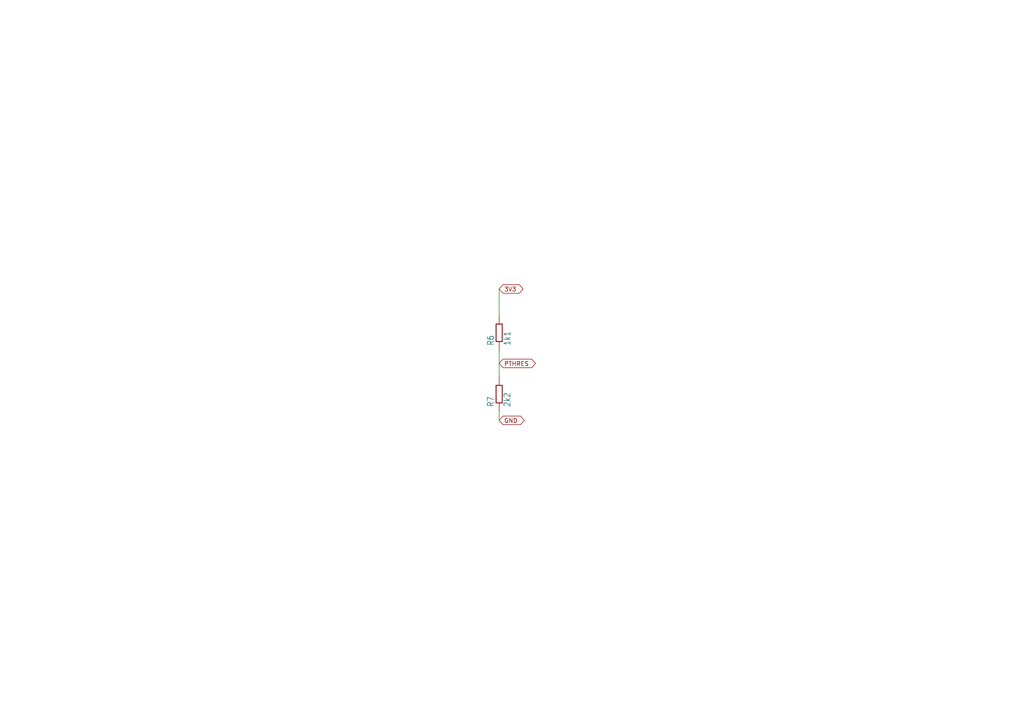
<source format=kicad_sch>
(kicad_sch (version 20231120) (generator "eeschema") (generator_version "8.0")
  (paper "A4")
  (lib_symbols
    (symbol "pokeymax4-eagle-import:R-EU_R0402"
      (property "Reference" "R" (at -3.81 1.4986 0))
      (symbol "R-EU_R0402_1_0"
        (polyline (pts (xy -2.54 -0.889) (xy -2.54 0.889)) (stroke (width 0.254)))
        (polyline (pts (xy -2.54 -0.889) (xy 2.54 -0.889)) (stroke (width 0.254)))
        (polyline (pts (xy 2.54 -0.889) (xy 2.54 0.889)) (stroke (width 0.254)))
        (polyline (pts (xy 2.54 0.889) (xy -2.54 0.889)) (stroke (width 0.254)))
        (pin passive line (at -5.08 0 0) (length 2.54) (name "1") (number "1"))
        (pin passive line (at 5.08 0 180) (length 2.54) (name "2") (number "2"))
      )
    )
  )
  (wire (pts (xy 144.78 83.82) (xy 144.78 91.44)) (stroke (width 0.1524)))
  (wire (pts (xy 144.78 119.38) (xy 144.78 121.92)) (stroke (width 0.1524)))
  (wire (pts (xy 144.78 109.22) (xy 144.78 101.6)) (stroke (width 0.1524)))
  (global_label "PTHRES" (shape bidirectional) (at 144.78 105.41 0) (effects (font (size 1.2446 1.2446))) (property "Intersheetrefs" "${INTERSHEET_REFS}" (effects (hide yes))))
  (global_label "GND" (shape bidirectional) (at 144.78 121.92 0) (effects (font (size 1.2446 1.2446))) (property "Intersheetrefs" "${INTERSHEET_REFS}" (effects (hide yes))))
  (global_label "3V3" (shape bidirectional) (at 144.78 83.82 0) (effects (font (size 1.2446 1.2446))) (property "Intersheetrefs" "${INTERSHEET_REFS}" (effects (hide yes))))
  (symbol (lib_id "pokeymax4-eagle-import:R-EU_R0402") (at 144.78 96.52 90) (unit 1)
    (property "Reference" "R6" (at 143.2814 100.33 0) (effects (font (size 1.778 1.5113)) (justify left bottom)))
    (property "Value" "1k1" (at 148.082 100.33 0) (effects (font (size 1.778 1.5113)) (justify left bottom)))
    (property "Footprint" "Resistor_SMD:R_0402_1005Metric" (effects (hide yes)))
    (property "LCSC Part #" "C25860" (effects (hide yes)))
  )
  (symbol (lib_id "pokeymax4-eagle-import:R-EU_R0402") (at 144.78 114.3 90) (unit 1)
    (property "Reference" "R7" (at 143.2814 118.11 0) (effects (font (size 1.778 1.5113)) (justify left bottom)))
    (property "Value" "2k2" (at 148.082 118.11 0) (effects (font (size 1.778 1.5113)) (justify left bottom)))
    (property "Footprint" "Resistor_SMD:R_0402_1005Metric" (effects (hide yes)))
    (property "LCSC Part #" "C25933" (effects (hide yes)))
  )
)
</source>
